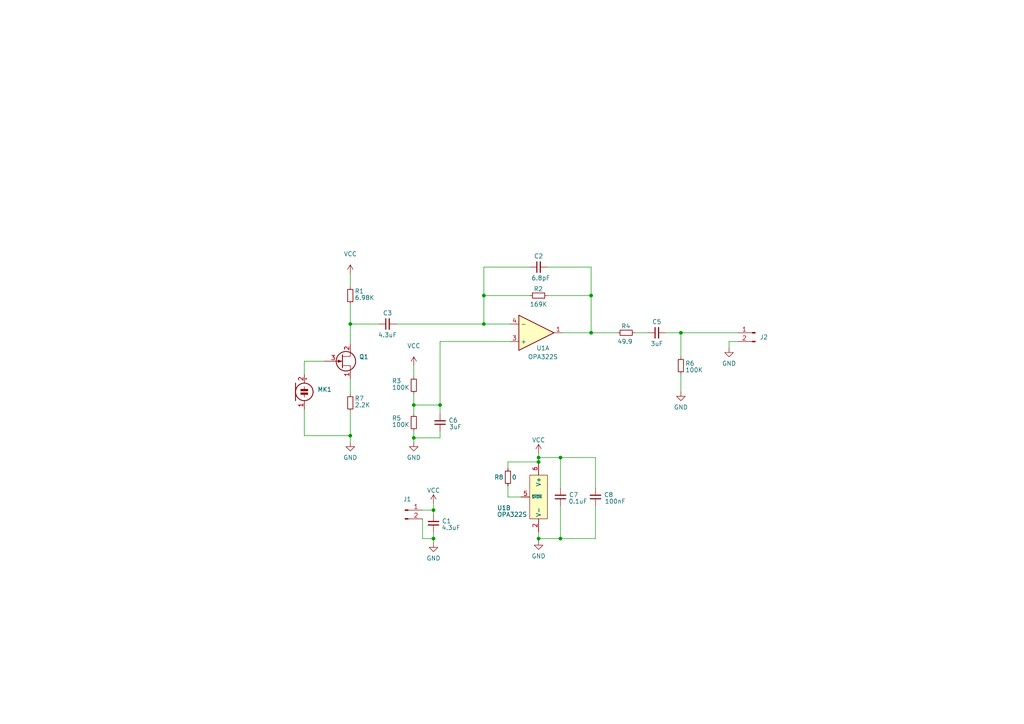
<source format=kicad_sch>
(kicad_sch (version 20211123) (generator eeschema)
  (paper "A4")
  (lib_symbols
    (symbol "Connector:Conn_01x02_Male" (pin_names (offset 1.016) hide)
      (property "Reference" "J" (at 0 2.54 0))
      (property "Value" "Conn_01x02_Male" (at 0 -5.08 0))
      (symbol "Conn_01x02_Male_1_1"
        (polyline (pts (xy 1.27 -2.54) (xy 0.8636 -2.54)) (stroke (width 0.1524)))
        (polyline (pts (xy 1.27 0) (xy 0.8636 0)) (stroke (width 0.1524)))
        (rectangle (start 0.8636 -2.413) (end 0 -2.667) (stroke (width 0.1524)) (fill (type outline)))
        (rectangle (start 0.8636 0.127) (end 0 -0.127) (stroke (width 0.1524)) (fill (type outline)))
        (pin passive line (at 5.08 0 180) (length 3.81) (name "Pin_1") (number "1"))
        (pin passive line (at 5.08 -2.54 180) (length 3.81) (name "Pin_2") (number "2"))
      )
    )
    (symbol "Device:C_Small" (pin_numbers hide) (pin_names (offset 0.254) hide)
      (property "Reference" "C" (at 0.254 1.778 0))
      (property "Value" "C_Small" (at 0.254 -2.032 0))
      (symbol "C_Small_0_1"
        (polyline (pts (xy -1.524 -0.508) (xy 1.524 -0.508)) (stroke (width 0.3302)))
        (polyline (pts (xy -1.524 0.508) (xy 1.524 0.508)) (stroke (width 0.3048)))
      )
      (symbol "C_Small_1_1"
        (pin passive line (at 0 2.54 270) (length 2.032) (name "~") (number "1"))
        (pin passive line (at 0 -2.54 90) (length 2.032) (name "~") (number "2"))
      )
    )
    (symbol "Device:Microphone_Condenser" (pin_names (offset 0.0254) hide)
      (property "Reference" "MK" (at -3.302 1.27 0))
      (property "Value" "Microphone_Condenser" (at -3.302 -0.635 0))
      (symbol "Microphone_Condenser_0_1"
        (polyline (pts (xy -2.54 2.54) (xy -2.54 -2.54)) (stroke (width 0.254)))
        (polyline (pts (xy 0 -0.762) (xy 0 -1.524)))
        (polyline (pts (xy 0 0.762) (xy 0 1.524)))
        (polyline (pts (xy 0.254 3.81) (xy 0.762 3.81)))
        (polyline (pts (xy 0.508 4.064) (xy 0.508 3.556)))
        (circle (center 0 0) (radius 2.54) (stroke (width 0.254)))
        (rectangle (start 1.016 -0.254) (end -1.016 -0.762) (fill (type outline)))
        (rectangle (start 1.016 0.762) (end -1.016 0.254) (fill (type outline)))
      )
      (symbol "Microphone_Condenser_1_1"
        (pin passive line (at 0 -5.08 90) (length 2.54) (name "-") (number "1"))
        (pin passive line (at 0 5.08 270) (length 2.54) (name "+") (number "2"))
      )
    )
    (symbol "Device:Q_NJFET_SDG" (pin_names (offset 0) hide)
      (property "Reference" "Q" (at 5.08 1.27 0))
      (property "Value" "Q_NJFET_SDG" (at 5.08 -1.27 0))
      (symbol "Q_NJFET_SDG_0_1"
        (polyline (pts (xy 0.254 1.905) (xy 0.254 -1.905) (xy 0.254 -1.905)) (stroke (width 0.254)))
        (polyline (pts (xy 2.54 -2.54) (xy 2.54 -1.27) (xy 0.254 -1.27)))
        (polyline (pts (xy 2.54 2.54) (xy 2.54 1.397) (xy 0.254 1.397)))
        (polyline (pts (xy 0 0) (xy -1.016 0.381) (xy -1.016 -0.381) (xy 0 0)) (fill (type outline)))
        (circle (center 1.27 0) (radius 2.8194) (stroke (width 0.254)))
      )
      (symbol "Q_NJFET_SDG_1_1"
        (pin passive line (at 2.54 -5.08 90) (length 2.54) (name "S") (number "1"))
        (pin passive line (at 2.54 5.08 270) (length 2.54) (name "D") (number "2"))
        (pin input line (at -5.08 0 0) (length 5.334) (name "G") (number "3"))
      )
    )
    (symbol "Device:R_Small" (pin_numbers hide) (pin_names (offset 0.254) hide)
      (property "Reference" "R" (at 0.762 0.508 0))
      (property "Value" "R_Small" (at 0.762 -1.016 0))
      (symbol "R_Small_0_1"
        (rectangle (start -0.762 1.778) (end 0.762 -1.778) (stroke (width 0.2032)))
      )
      (symbol "R_Small_1_1"
        (pin passive line (at 0 2.54 270) (length 0.762) (name "~") (number "1"))
        (pin passive line (at 0 -2.54 90) (length 0.762) (name "~") (number "2"))
      )
    )
    (symbol "Project_Lib:OPA322S"
      (property "Reference" "U" (at 1.27 5.08 0))
      (property "Value" "OPA322S" (at 5.08 -5.08 0))
      (symbol "OPA322S_1_1"
        (polyline (pts (xy -3.81 5.08) (xy 6.35 0) (xy -3.81 -5.08) (xy -3.81 5.08) (xy -3.81 5.08)) (stroke (width 0.254)) (fill (type background)))
        (pin output line (at 8.89 0 180) (length 2.54) (name "~") (number "1"))
        (pin input line (at -6.35 2.54 0) (length 2.54) (name "+") (number "3"))
        (pin input line (at -6.35 -2.54 0) (length 2.54) (name "-") (number "4"))
      )
      (symbol "OPA322S_2_1"
        (rectangle (start -2.54 6.35) (end 2.54 -6.35) (fill (type background)))
        (pin power_in line (at 0 -10.16 90) (length 3.81) (name "V-") (number "2"))
        (pin power_in line (at -5.08 0 0) (length 2.54) (name "~{SHDN}") (number "5"))
        (pin power_in line (at 0 10.16 270) (length 3.81) (name "V+") (number "6"))
      )
    )
    (symbol "power:GND" (power) (pin_names (offset 0))
      (property "Value" "GND" (at 0 -3.81 0))
      (symbol "GND_0_1"
        (polyline (pts (xy 0 0) (xy 0 -1.27) (xy 1.27 -1.27) (xy 0 -2.54) (xy -1.27 -1.27) (xy 0 -1.27)))
      )
      (symbol "GND_1_1"
        (pin power_in line (at 0 0 270) (length 0) hide (name "GND") (number "1"))
      )
    )
    (symbol "power:VCC" (power) (pin_names (offset 0))
      (property "Value" "VCC" (at 0 3.81 0))
      (symbol "VCC_0_1"
        (polyline (pts (xy -0.762 1.27) (xy 0 2.54)))
        (polyline (pts (xy 0 0) (xy 0 2.54)))
        (polyline (pts (xy 0 2.54) (xy 0.762 1.27)))
      )
      (symbol "VCC_1_1"
        (pin power_in line (at 0 0 90) (length 0) hide (name "VCC") (number "1"))
      )
    )
  )
  (junction (at 197.485 96.52))
  (junction (at 120.015 117.475))
  (junction (at 156.21 133.985))
  (junction (at 162.56 156.21))
  (junction (at 125.73 156.21))
  (junction (at 127.635 117.475))
  (junction (at 140.335 93.98))
  (junction (at 156.21 156.21))
  (junction (at 171.45 85.725))
  (junction (at 162.56 132.715))
  (junction (at 101.6 93.98))
  (junction (at 140.335 85.725))
  (junction (at 156.21 132.715))
  (junction (at 101.6 126.365))
  (junction (at 171.45 96.52))
  (junction (at 125.73 147.955))
  (junction (at 120.015 127))
  (wire (pts (xy 125.73 156.21) (xy 122.555 156.21)))
  (wire (pts (xy 101.6 119.38) (xy 101.6 126.365)))
  (wire (pts (xy 153.67 77.47) (xy 140.335 77.47)))
  (wire (pts (xy 213.995 99.06) (xy 211.455 99.06)))
  (wire (pts (xy 197.485 108.585) (xy 197.485 113.665)))
  (wire (pts (xy 120.015 106.045) (xy 120.015 109.22)))
  (wire (pts (xy 162.56 156.21) (xy 172.72 156.21)))
  (wire (pts (xy 156.21 156.21) (xy 156.21 156.845)))
  (wire (pts (xy 88.265 126.365) (xy 101.6 126.365)))
  (wire (pts (xy 127.635 120.015) (xy 127.635 117.475)))
  (wire (pts (xy 127.635 127) (xy 120.015 127)))
  (wire (pts (xy 171.45 85.725) (xy 171.45 96.52)))
  (wire (pts (xy 171.45 77.47) (xy 171.45 85.725)))
  (wire (pts (xy 163.195 96.52) (xy 171.45 96.52)))
  (wire (pts (xy 147.32 133.985) (xy 147.32 135.89)))
  (wire (pts (xy 156.21 131.445) (xy 156.21 132.715)))
  (wire (pts (xy 140.335 85.725) (xy 140.335 93.98)))
  (wire (pts (xy 171.45 96.52) (xy 179.07 96.52)))
  (wire (pts (xy 127.635 99.06) (xy 127.635 117.475)))
  (wire (pts (xy 184.15 96.52) (xy 187.96 96.52)))
  (wire (pts (xy 193.04 96.52) (xy 197.485 96.52)))
  (wire (pts (xy 172.72 141.605) (xy 172.72 132.715)))
  (wire (pts (xy 147.32 140.97) (xy 147.32 144.145)))
  (wire (pts (xy 101.6 109.855) (xy 101.6 114.3)))
  (wire (pts (xy 156.21 132.715) (xy 156.21 133.985)))
  (wire (pts (xy 125.73 154.305) (xy 125.73 156.21)))
  (wire (pts (xy 140.335 77.47) (xy 140.335 85.725)))
  (wire (pts (xy 153.67 85.725) (xy 140.335 85.725)))
  (wire (pts (xy 120.015 125.095) (xy 120.015 127)))
  (wire (pts (xy 101.6 126.365) (xy 101.6 128.27)))
  (wire (pts (xy 120.015 127) (xy 120.015 128.27)))
  (wire (pts (xy 172.72 146.685) (xy 172.72 156.21)))
  (wire (pts (xy 162.56 141.605) (xy 162.56 132.715)))
  (wire (pts (xy 88.265 104.775) (xy 93.98 104.775)))
  (wire (pts (xy 162.56 132.715) (xy 172.72 132.715)))
  (wire (pts (xy 147.955 99.06) (xy 127.635 99.06)))
  (wire (pts (xy 125.73 156.21) (xy 125.73 157.48)))
  (wire (pts (xy 197.485 96.52) (xy 213.995 96.52)))
  (wire (pts (xy 162.56 146.685) (xy 162.56 156.21)))
  (wire (pts (xy 88.265 118.745) (xy 88.265 126.365)))
  (wire (pts (xy 122.555 150.495) (xy 122.555 156.21)))
  (wire (pts (xy 162.56 132.715) (xy 156.21 132.715)))
  (wire (pts (xy 211.455 99.06) (xy 211.455 100.965)))
  (wire (pts (xy 101.6 93.98) (xy 101.6 99.695)))
  (wire (pts (xy 125.73 147.955) (xy 125.73 146.05)))
  (wire (pts (xy 158.75 85.725) (xy 171.45 85.725)))
  (wire (pts (xy 147.32 144.145) (xy 151.13 144.145)))
  (wire (pts (xy 120.015 117.475) (xy 120.015 120.015)))
  (wire (pts (xy 156.21 133.985) (xy 147.32 133.985)))
  (wire (pts (xy 197.485 96.52) (xy 197.485 103.505)))
  (wire (pts (xy 114.935 93.98) (xy 140.335 93.98)))
  (wire (pts (xy 127.635 117.475) (xy 120.015 117.475)))
  (wire (pts (xy 125.73 147.955) (xy 125.73 149.225)))
  (wire (pts (xy 88.265 108.585) (xy 88.265 104.775)))
  (wire (pts (xy 162.56 156.21) (xy 156.21 156.21)))
  (wire (pts (xy 109.855 93.98) (xy 101.6 93.98)))
  (wire (pts (xy 120.015 114.3) (xy 120.015 117.475)))
  (wire (pts (xy 101.6 79.375) (xy 101.6 83.185)))
  (wire (pts (xy 140.335 93.98) (xy 147.955 93.98)))
  (wire (pts (xy 101.6 88.265) (xy 101.6 93.98)))
  (wire (pts (xy 156.21 156.21) (xy 156.21 154.305)))
  (wire (pts (xy 122.555 147.955) (xy 125.73 147.955)))
  (wire (pts (xy 127.635 125.095) (xy 127.635 127)))
  (wire (pts (xy 158.75 77.47) (xy 171.45 77.47)))
  (symbol (lib_id "Connector:Conn_01x02_Male") (at 117.475 147.955 0) (unit 1)
    (property "Reference" "J1" (at 118.11 144.78 0))
    (property "Value" "Conn_01x02_Male" (effects hide))
  )
  (symbol (lib_id "power:VCC") (at 125.73 146.05 0) (unit 1)
    (property "Reference" "#PWR08" (effects hide))
    (property "Value" "VCC" (at 125.73 142.24 0))
  )
  (symbol (lib_id "power:VCC") (at 156.21 131.445 0) (unit 1)
    (property "Reference" "#PWR05" (effects hide))
    (property "Value" "VCC" (at 156.21 127.635 0))
  )
  (symbol (lib_id "Project_Lib:OPA322S") (at 154.305 96.52 0) (mirror x) (unit 1)
    (property "Reference" "U1" (at 157.48 100.965 0))
    (property "Value" "OPA322S" (at 157.48 103.505 0))
    (property "Footprint" "Package_TO_SOT_SMD:SOT-23-6" (effects hide))
  )
  (symbol (lib_id "power:GND") (at 211.455 100.965 0) (unit 1)
    (property "Reference" "#PWR010" (effects hide))
    (property "Value" "GND" (at 211.455 105.41 0))
  )
  (symbol (lib_id "Device:R_Small") (at 101.6 85.725 0) (unit 1)
    (property "Reference" "R1" (at 102.87 84.455 0) (effects (justify left)))
    (property "Value" "6.98K" (at 102.87 86.36 0) (effects (justify left)))
    (property "Footprint" "Resistor_SMD:R_0805_2012Metric" (effects hide))
  )
  (symbol (lib_id "Device:Microphone_Condenser") (at 88.265 113.665 0) (unit 1)
    (property "Reference" "MK1" (at 92.075 112.9664 0) (effects (justify left)))
    (property "Value" "Microphone_Condenser" (effects hide))
  )
  (symbol (lib_id "power:GND") (at 125.73 157.48 0) (unit 1)
    (property "Reference" "#PWR09" (effects hide))
    (property "Value" "GND" (at 125.73 161.925 0))
  )
  (symbol (lib_id "power:VCC") (at 101.6 79.375 0) (unit 1)
    (property "Reference" "#PWR01" (effects hide))
    (property "Value" "VCC" (at 101.6 73.66 0))
  )
  (symbol (lib_id "Device:R_Small") (at 156.21 85.725 90) (unit 1)
    (property "Reference" "R2" (at 157.48 83.82 90) (effects (justify left)))
    (property "Value" "169K" (at 158.75 88.265 90) (effects (justify left)))
    (property "Footprint" "Resistor_SMD:R_0805_2012Metric" (effects hide))
  )
  (symbol (lib_id "power:GND") (at 101.6 128.27 0) (unit 1)
    (property "Reference" "#PWR02" (effects hide))
    (property "Value" "GND" (at 101.6 132.715 0))
  )
  (symbol (lib_id "Connector:Conn_01x02_Male") (at 219.075 96.52 0) (mirror y) (unit 1)
    (property "Reference" "J2" (at 220.345 97.7899 0) (effects (justify right)))
    (property "Value" "Conn_01x02_Male" (effects hide))
  )
  (symbol (lib_id "Device:R_Small") (at 147.32 138.43 180) (unit 1)
    (property "Reference" "R8" (at 146.05 138.43 0) (effects (justify left)))
    (property "Value" "0" (at 149.86 138.43 0) (effects (justify left)))
    (property "Footprint" "Resistor_SMD:R_0805_2012Metric" (effects hide))
  )
  (symbol (lib_id "power:GND") (at 156.21 156.845 0) (unit 1)
    (property "Reference" "#PWR06" (effects hide))
    (property "Value" "GND" (at 156.21 161.29 0))
  )
  (symbol (lib_id "Device:C_Small") (at 162.56 144.145 180) (unit 1)
    (property "Reference" "C7" (at 166.37 143.51 0))
    (property "Value" "0.1uF" (at 167.64 145.415 0))
    (property "Footprint" "Capacitor_SMD:C_0805_2012Metric" (effects hide))
  )
  (symbol (lib_id "Project_Lib:OPA322S") (at 156.21 144.145 0) (unit 2)
    (property "Reference" "U1" (at 144.145 147.32 0) (effects (justify left)))
    (property "Value" "OPA322S" (at 144.145 149.225 0) (effects (justify left)))
    (property "Footprint" "Package_TO_SOT_SMD:SOT-23-6" (effects hide))
  )
  (symbol (lib_id "Device:C_Small") (at 112.395 93.98 90) (unit 1)
    (property "Reference" "C3" (at 112.395 90.805 90))
    (property "Value" "4.3uF" (at 112.395 97.155 90))
    (property "Footprint" "Capacitor_SMD:C_0805_2012Metric" (effects hide))
  )
  (symbol (lib_id "Device:R_Small") (at 197.485 106.045 0) (unit 1)
    (property "Reference" "R6" (at 198.755 105.41 0) (effects (justify left)))
    (property "Value" "100K" (at 198.755 107.315 0) (effects (justify left)))
    (property "Footprint" "Resistor_SMD:R_0805_2012Metric" (effects hide))
  )
  (symbol (lib_id "power:VCC") (at 120.015 106.045 0) (unit 1)
    (property "Reference" "#PWR03" (effects hide))
    (property "Value" "VCC" (at 120.015 100.33 0))
  )
  (symbol (lib_id "power:GND") (at 120.015 128.27 0) (unit 1)
    (property "Reference" "#PWR04" (effects hide))
    (property "Value" "GND" (at 120.015 132.715 0))
  )
  (symbol (lib_id "power:GND") (at 197.485 113.665 0) (unit 1)
    (property "Reference" "#PWR07" (effects hide))
    (property "Value" "GND" (at 197.485 118.11 0))
  )
  (symbol (lib_id "Device:Q_NJFET_SDG") (at 99.06 104.775 0) (unit 1)
    (property "Reference" "Q1" (at 104.14 103.5049 0) (effects (justify left)))
    (property "Value" "Q_NJFET_SDG" (effects hide))
  )
  (symbol (lib_id "Device:C_Small") (at 190.5 96.52 90) (unit 1)
    (property "Reference" "C5" (at 190.5 93.345 90))
    (property "Value" "3uF" (at 190.5 99.695 90))
    (property "Footprint" "Capacitor_SMD:C_0805_2012Metric" (effects hide))
  )
  (symbol (lib_id "Device:C_Small") (at 172.72 144.145 180) (unit 1)
    (property "Reference" "C8" (at 176.53 143.51 0))
    (property "Value" "100nF" (at 178.435 145.415 0))
    (property "Footprint" "Capacitor_SMD:C_0805_2012Metric" (effects hide))
  )
  (symbol (lib_id "Device:C_Small") (at 156.21 77.47 90) (unit 1)
    (property "Reference" "C2" (at 156.21 74.295 90))
    (property "Value" "6.8pF" (at 156.845 80.645 90))
    (property "Footprint" "Capacitor_SMD:C_0805_2012Metric" (effects hide))
  )
  (symbol (lib_id "Device:R_Small") (at 101.6 116.84 0) (unit 1)
    (property "Reference" "R7" (at 102.87 115.57 0) (effects (justify left)))
    (property "Value" "2.2K" (at 102.87 117.475 0) (effects (justify left)))
    (property "Footprint" "Resistor_SMD:R_0805_2012Metric" (effects hide))
  )
  (symbol (lib_id "Device:C_Small") (at 125.73 151.765 180) (unit 1)
    (property "Reference" "C1" (at 129.54 151.13 0))
    (property "Value" "4.3uF" (at 130.81 153.035 0))
    (property "Footprint" "Capacitor_SMD:C_0805_2012Metric" (effects hide))
  )
  (symbol (lib_id "Device:R_Small") (at 120.015 111.76 0) (unit 1)
    (property "Reference" "R3" (at 113.665 110.49 0) (effects (justify left)))
    (property "Value" "100K" (at 113.665 112.395 0) (effects (justify left)))
    (property "Footprint" "Resistor_SMD:R_0805_2012Metric" (effects hide))
  )
  (symbol (lib_id "Device:R_Small") (at 120.015 122.555 0) (unit 1)
    (property "Reference" "R5" (at 113.665 121.285 0) (effects (justify left)))
    (property "Value" "100K" (at 113.665 123.19 0) (effects (justify left)))
    (property "Footprint" "Resistor_SMD:R_0805_2012Metric" (effects hide))
  )
  (symbol (lib_id "Device:R_Small") (at 181.61 96.52 90) (unit 1)
    (property "Reference" "R4" (at 182.88 94.615 90) (effects (justify left)))
    (property "Value" "49.9" (at 183.515 99.06 90) (effects (justify left)))
    (property "Footprint" "Resistor_SMD:R_0805_2012Metric" (effects hide))
  )
  (symbol (lib_id "Device:C_Small") (at 127.635 122.555 180) (unit 1)
    (property "Reference" "C6" (at 131.445 121.92 0))
    (property "Value" "3uF" (at 132.08 123.825 0))
    (property "Footprint" "Capacitor_SMD:C_0805_2012Metric" (effects hide))
  )
)
</source>
